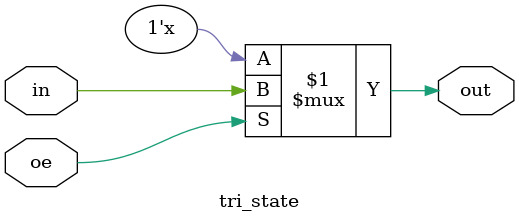
<source format=v>
module tri_state (out, in, oe);
    input in, oe;
    output out;

    assign out = oe ? in : 1'bz;
endmodule
</source>
